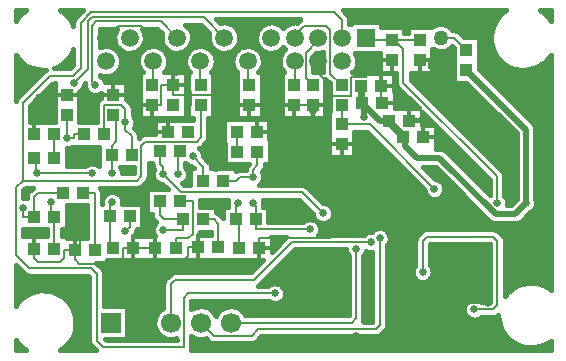
<source format=gbr>
G04 DipTrace 2.4.0.2*
%INBottom.gbr*%
%MOIN*%
%ADD14C,0.007*%
%ADD15C,0.005*%
%ADD16C,0.02*%
%ADD19C,0.015*%
%ADD20C,0.013*%
%ADD21R,0.0433X0.0394*%
%ADD22R,0.0394X0.0433*%
%ADD25C,0.05*%
%ADD26R,0.05X0.05*%
%ADD27R,0.0591X0.0591*%
%ADD28C,0.0591*%
%ADD29R,0.0669X0.0669*%
%ADD30C,0.0669*%
%ADD42C,0.025*%
%FSLAX44Y44*%
G04*
G70*
G90*
G75*
G01*
%LNBottom*%
%LPD*%
X4527Y9024D2*
D14*
Y8707D1*
X4882D1*
Y9373D1*
X5022Y9513D1*
X5847D1*
X9676Y10137D2*
Y10917D1*
X9743D1*
X9525Y12446D2*
D3*
X10437Y12437D2*
Y11359D1*
X10297Y11219D1*
X8595D1*
X8455Y11079D1*
Y10070D1*
X8309Y9925D1*
X4502D1*
Y12502D1*
X5424Y13424D1*
X6180D1*
X6437Y13682D1*
Y15187D1*
X6791Y15541D1*
X14887D1*
X15150Y15278D1*
Y14687D1*
X4502Y9925D2*
X4275Y9698D1*
Y7454D1*
X4729Y7000D1*
X6795D1*
X6974Y6822D1*
Y4578D1*
X7173Y4378D1*
X9877D1*
Y6023D1*
X10017Y6163D1*
X12906D1*
X17833Y6872D2*
Y7917D1*
X17973Y8057D1*
X20185D1*
X20325Y7917D1*
Y5766D1*
X20185Y5626D1*
X19555D1*
X15141Y12430D2*
Y11809D1*
X15133Y11801D1*
X16067D1*
X18223Y9645D1*
X13575Y14687D2*
D15*
Y14771D1*
X13893Y15089D1*
X14621D1*
X14753Y14957D1*
Y13487D1*
X15141Y13099D1*
X16105Y7873D2*
D14*
X13466D1*
X12210Y6616D1*
X9577D1*
X9437Y6476D1*
Y5187D1*
X8133Y10780D2*
Y11395D1*
X7927Y11601D1*
Y11868D1*
Y12301D1*
X7787Y12441D1*
X7217D1*
Y11463D1*
X6900Y7598D2*
Y9513D1*
X6516D1*
X6900Y7598D2*
D3*
X10176Y10726D2*
X10520Y10382D1*
Y9919D1*
X10017Y11545D2*
D3*
X12176Y9189D2*
X12267Y9097D1*
Y8630D1*
Y8296D1*
X14078D1*
X9074Y10917D2*
Y10469D1*
X9176Y10367D1*
Y10137D1*
X9782Y9531D1*
X13807D1*
X14508Y8830D1*
X7928Y8230D2*
X8067Y8369D1*
Y8733D1*
X4984Y10160D2*
X4949Y10195D1*
Y10668D1*
X4882D1*
X6819Y10160D2*
X4984D1*
X11189Y9919D2*
X11617D1*
X11742Y10044D1*
X12176D1*
Y10274D1*
X12329Y10428D1*
Y10889D1*
X7484Y10160D2*
Y10731D1*
X7464Y10780D1*
Y11082D1*
X7629Y11247D1*
Y12119D1*
X7525D1*
X7398Y8733D2*
Y7719D1*
X7508Y7678D1*
X7484Y9211D2*
X7398Y9125D1*
Y8733D1*
X5986Y12093D2*
X5984Y11337D1*
X6214D1*
Y11463D1*
X6547D1*
X5549Y11372D2*
Y11249D1*
X5551Y11247D1*
Y10668D1*
X5549Y11475D2*
Y11372D1*
X5436Y9211D2*
Y8753D1*
X5551Y8707D1*
X5556Y7658D1*
X11630Y11558D2*
Y10889D1*
X11660D1*
X11630Y11558D2*
D3*
X18437Y14687D2*
X18883D1*
X19296Y14275D1*
X16404Y8001D2*
Y5097D1*
X16285Y4978D1*
X12362D1*
X12131Y4747D1*
X10877D1*
X10437Y5187D1*
X9736Y9229D2*
X10168D1*
Y8138D1*
X10028Y7998D1*
X9599D1*
Y7678D1*
X9736Y9229D2*
D3*
X11598Y8630D2*
X11700D1*
Y7687D1*
X11676Y9189D2*
X11598Y9111D1*
Y8630D1*
X9067Y9229D2*
Y8768D1*
X9207Y8628D1*
X9847D1*
Y8280D1*
X9176D1*
X11025Y7697D2*
Y8488D1*
X10885Y8628D1*
X10516D1*
X11025Y7697D2*
D3*
X6214Y13174D2*
X6682Y13642D1*
Y15227D1*
X6822Y15367D1*
X10532D1*
X11213Y14687D1*
X6912Y13109D2*
X6822Y13199D1*
Y15087D1*
X6962Y15227D1*
X9098D1*
X9638Y14687D1*
X21281Y9175D2*
D16*
Y11620D1*
X19296Y13605D1*
X15781Y13087D2*
Y12545D1*
X15810Y12516D1*
X15874Y12038D2*
Y12452D1*
X15810Y12516D1*
X16704Y11922D2*
X16404D1*
X15810Y12516D1*
X16704Y11922D2*
Y11844D1*
X17180Y11367D1*
X17260D1*
Y11063D1*
X17642Y10681D1*
X18392D1*
X20268Y8805D1*
X20911D1*
X21281Y9175D1*
X15810Y12516D2*
Y13058D1*
X15781Y13087D1*
X17180Y11367D2*
Y11446D1*
X16704Y11922D1*
X17180Y11367D2*
D3*
X21281Y9175D2*
D3*
X8850Y13900D2*
D14*
Y13145D1*
X8812Y13106D1*
X10425Y13900D2*
Y13118D1*
X10437Y13106D1*
X12000Y13900D2*
Y13168D1*
X12062Y13106D1*
X13575Y13900D2*
Y13119D1*
X13562Y13106D1*
X14362Y14687D2*
Y14612D1*
X13937Y14187D1*
Y13356D1*
X14187Y13106D1*
X15937Y14687D2*
X16018Y14606D1*
X16812D1*
X20312Y9187D2*
Y10062D1*
X17187Y13187D1*
Y14312D1*
X16893Y14606D1*
X16812D1*
X17746Y14601D2*
X16817D1*
X16812Y14606D1*
X14362Y13900D2*
Y13496D1*
X14614Y13245D1*
Y12752D1*
X15442D1*
Y13389D1*
X15937D1*
Y13900D1*
X9348Y11545D2*
X8952D1*
X8812Y11685D1*
Y12437D1*
X15191Y7183D2*
Y5935D1*
X8812Y12437D2*
X8455D1*
Y12537D1*
X8063Y12929D1*
X7923Y12789D1*
X7525D1*
X15133Y11132D2*
Y8666D1*
X15273Y8526D1*
X14759Y8013D1*
X12370D1*
Y7687D1*
X18437Y13687D2*
X18048D1*
Y13932D1*
X17746D1*
X8177Y7678D2*
X7830D1*
Y7296D1*
X7690Y7156D1*
X6371D1*
X6231Y7296D1*
Y7598D1*
X14187Y12437D2*
X14614D1*
Y12752D1*
X9525Y13115D2*
Y13437D1*
X9638D1*
Y13900D1*
X15937D2*
X16337D1*
X16375Y13937D1*
X16812D1*
X18707Y6549D2*
Y5789D1*
X19051Y5445D1*
Y5716D1*
X19191Y5856D1*
X20000D1*
X8850Y14687D2*
X8450Y15087D1*
X7676D1*
X7276Y14687D1*
X15599Y4748D2*
X16846D1*
X17098Y5000D1*
X12062Y12437D2*
X12647D1*
X12787Y12577D1*
X12927Y12437D1*
X13562D1*
X9525Y13115D2*
Y12785D1*
X11073D1*
X11213Y12925D1*
X11700Y12437D1*
X12062D1*
X8063Y13900D2*
Y12929D1*
X12062Y12437D2*
Y12097D1*
X12299Y11860D1*
Y11558D1*
X19051Y5445D2*
X19191Y5305D1*
Y4691D1*
X17830Y12000D2*
X17849Y11980D1*
Y11367D1*
X17373Y11922D2*
Y11965D1*
X17795D1*
X17830Y12000D1*
X16479Y12516D2*
X17233D1*
X17373Y12376D1*
Y11922D1*
X16450Y13087D2*
Y12516D1*
X16479D1*
X15937Y13900D2*
X16447Y13389D1*
X16450D1*
Y13087D1*
X8177Y7678D2*
Y6383D1*
X8437Y6123D1*
Y5187D1*
X8929Y7678D2*
X8177D1*
X10356Y7697D2*
X10028D1*
Y7411D1*
X9888Y7271D1*
X8929D1*
Y7678D1*
X10676Y7131D2*
X10356D1*
Y7697D1*
X12370Y7687D2*
Y7271D1*
X12230Y7131D1*
X10676D1*
X15273Y8526D2*
X16862D1*
X17098Y8290D1*
Y6689D1*
X17238Y6549D1*
X18707D1*
X14187Y12226D2*
Y11272D1*
X14327Y11132D1*
X15133D1*
X14187Y12437D2*
Y12226D1*
X13562Y12437D2*
X14187D1*
X12787Y12577D2*
Y13900D1*
X11213Y12925D2*
Y13900D1*
X8812Y12437D2*
X9114D1*
Y13115D1*
X9525D1*
X5986Y12762D2*
X5020D1*
X4880Y12622D1*
Y11475D1*
X7525Y12789D2*
Y12762D1*
X5986D1*
X18707Y6549D2*
Y7036D1*
X18479Y7264D1*
X6231Y7598D2*
X5877D1*
Y7356D1*
X5737Y7216D1*
X5026D1*
X4886Y7356D1*
Y7658D1*
X17098Y5000D2*
Y6409D1*
X17238Y6549D1*
X6231Y7598D2*
X6300D1*
X6412Y7710D1*
Y8034D1*
X15617Y7643D2*
Y5327D1*
X15477Y5187D1*
X11437D1*
D42*
X20312Y9187D3*
X18223Y9645D3*
X21281Y9175D3*
X15874Y12038D3*
X4527Y9024D3*
X9525Y12446D3*
X9676Y10137D3*
X12906Y6163D3*
X19555Y5626D3*
X17833Y6872D3*
X16105Y7873D3*
X7927Y11868D3*
X6900Y7598D3*
X10176Y10726D3*
X10017Y11545D3*
X14078Y8296D3*
X12176Y9189D3*
X14508Y8830D3*
X9176Y10137D3*
X7928Y8230D3*
X6819Y10160D3*
X4984D3*
X12176Y10044D3*
X7484Y10160D3*
Y9211D3*
X5984Y11337D3*
X5549Y11372D3*
X5436Y9211D3*
X11630Y11558D3*
X16404Y8001D3*
X9736Y9229D3*
X11676Y9189D3*
X9176Y8280D3*
X11025Y7697D3*
X6214Y13174D3*
X6912Y13109D3*
X15874Y12038D3*
X21281Y9175D3*
X14187Y12226D3*
X15191Y5935D3*
Y7183D3*
X10676Y7131D3*
X18479Y7264D3*
X20000Y5856D3*
X17098Y5000D3*
X15599Y4748D3*
X6412Y8034D3*
X18707Y6549D3*
X19191Y4691D3*
X17830Y12000D3*
X15617Y7643D3*
X4287Y15453D2*
D19*
X4418D1*
X5957D2*
X6342D1*
X15337D2*
X20416D1*
X21958D2*
X22087D1*
X6083Y15305D2*
X6206D1*
X15409D2*
X20292D1*
X11418Y15156D2*
X12583D1*
X12993D2*
X13371D1*
X16457D2*
X20203D1*
X10044Y15007D2*
X10530D1*
X11619D2*
X12382D1*
X17235D2*
X17325D1*
X18784D2*
X20144D1*
X7082Y14859D2*
X7572D1*
X8554D2*
X9103D1*
X10129D2*
X10678D1*
X11704D2*
X12297D1*
X17235D2*
X17325D1*
X19075D2*
X20109D1*
X7082Y14710D2*
X7542D1*
X8584D2*
X9117D1*
X10159D2*
X10692D1*
X11734D2*
X12267D1*
X19223D2*
X20095D1*
X7082Y14561D2*
X7558D1*
X8568D2*
X9133D1*
X10143D2*
X10708D1*
X11718D2*
X12283D1*
X19719D2*
X20104D1*
X7082Y14413D2*
X7624D1*
X8502D2*
X9199D1*
X10077D2*
X10771D1*
X11652D2*
X12346D1*
X19719D2*
X20132D1*
X7642Y14264D2*
X7771D1*
X8355D2*
X8484D1*
X9217D2*
X9344D1*
X9930D2*
X10059D1*
X10792D2*
X10919D1*
X11505D2*
X11634D1*
X12367D2*
X12494D1*
X13080D2*
X13209D1*
X18170D2*
X18240D1*
X18634D2*
X18874D1*
X19719D2*
X20182D1*
X6114Y14115D2*
X6174D1*
X7748D2*
X8378D1*
X9323D2*
X9953D1*
X10898D2*
X11526D1*
X12473D2*
X13101D1*
X14228D2*
X14503D1*
X15623D2*
X16389D1*
X18170D2*
X18874D1*
X19719D2*
X20261D1*
X4287Y13966D2*
X4373D1*
X6001D2*
X6175D1*
X7792D2*
X8334D1*
X9367D2*
X9909D1*
X10942D2*
X11484D1*
X12517D2*
X13059D1*
X14198D2*
X14503D1*
X15667D2*
X16389D1*
X18170D2*
X18874D1*
X19719D2*
X20374D1*
X22002D2*
X22088D1*
X4287Y13818D2*
X4537D1*
X5837D2*
X6175D1*
X7790D2*
X8336D1*
X9365D2*
X9911D1*
X10940D2*
X11486D1*
X12515D2*
X13061D1*
X14198D2*
X14503D1*
X15665D2*
X16389D1*
X18170D2*
X18874D1*
X19719D2*
X20538D1*
X21836D2*
X22087D1*
X4287Y13669D2*
X4823D1*
X7741D2*
X8386D1*
X9316D2*
X9961D1*
X10891D2*
X11536D1*
X12466D2*
X13108D1*
X14198D2*
X14503D1*
X15616D2*
X16389D1*
X18170D2*
X18874D1*
X19719D2*
X20824D1*
X21552D2*
X22087D1*
X4287Y13520D2*
X5158D1*
X7626D2*
X8390D1*
X9948D2*
X10016D1*
X10860D2*
X11639D1*
X12484D2*
X13139D1*
X15564D2*
X16389D1*
X18170D2*
X18874D1*
X19834D2*
X22087D1*
X4287Y13372D2*
X5008D1*
X7136D2*
X8390D1*
X9948D2*
X10016D1*
X10860D2*
X11639D1*
X12484D2*
X13139D1*
X17448D2*
X18874D1*
X19984D2*
X22087D1*
X4287Y13223D2*
X4861D1*
X7244D2*
X8390D1*
X9948D2*
X10016D1*
X10860D2*
X11639D1*
X12484D2*
X13139D1*
X14610D2*
X14668D1*
X17514D2*
X18874D1*
X20132D2*
X22087D1*
X4287Y13074D2*
X4713D1*
X5437D2*
X5564D1*
X7949D2*
X8390D1*
X9948D2*
X10016D1*
X10860D2*
X11639D1*
X12484D2*
X13139D1*
X14610D2*
X14718D1*
X16893D2*
X16955D1*
X17662D2*
X19373D1*
X20282D2*
X22087D1*
X4287Y12926D2*
X4563D1*
X5289D2*
X5564D1*
X6454D2*
X6616D1*
X7949D2*
X8390D1*
X9948D2*
X10016D1*
X10860D2*
X11639D1*
X12484D2*
X13139D1*
X14610D2*
X14718D1*
X16893D2*
X17086D1*
X17812D2*
X19521D1*
X20430D2*
X22087D1*
X4287Y12777D2*
X4415D1*
X5139D2*
X5564D1*
X6409D2*
X6850D1*
X6975D2*
X7103D1*
X7949D2*
X8390D1*
X9948D2*
X10016D1*
X10860D2*
X11639D1*
X12484D2*
X13139D1*
X14610D2*
X14718D1*
X16921D2*
X17236D1*
X17959D2*
X19671D1*
X20580D2*
X22087D1*
X4991Y12628D2*
X5564D1*
X6409D2*
X7043D1*
X7961D2*
X8390D1*
X9948D2*
X10016D1*
X10860D2*
X11639D1*
X12484D2*
X13139D1*
X14610D2*
X14718D1*
X16921D2*
X17383D1*
X18109D2*
X19818D1*
X20727D2*
X22087D1*
X4841Y12480D2*
X5564D1*
X6409D2*
X6958D1*
X8111D2*
X8390D1*
X9948D2*
X10016D1*
X10860D2*
X11639D1*
X12484D2*
X13139D1*
X14610D2*
X14718D1*
X16921D2*
X17531D1*
X18257D2*
X19966D1*
X20877D2*
X22087D1*
X4764Y12331D2*
X5564D1*
X6409D2*
X6956D1*
X8186D2*
X8390D1*
X9948D2*
X10016D1*
X10860D2*
X11639D1*
X12484D2*
X13139D1*
X14610D2*
X14718D1*
X16921D2*
X17681D1*
X18405D2*
X20116D1*
X21025D2*
X22087D1*
X4764Y12182D2*
X5564D1*
X6409D2*
X6956D1*
X8188D2*
X8390D1*
X9948D2*
X10016D1*
X10860D2*
X11639D1*
X12484D2*
X13139D1*
X14610D2*
X14709D1*
X18555D2*
X20264D1*
X21173D2*
X22087D1*
X4764Y12034D2*
X5564D1*
X6409D2*
X6956D1*
X8235D2*
X8390D1*
X9948D2*
X10016D1*
X10860D2*
X11639D1*
X12484D2*
X13139D1*
X14610D2*
X14709D1*
X17816D2*
X17978D1*
X18702D2*
X20414D1*
X21323D2*
X22087D1*
X4764Y11885D2*
X5564D1*
X6409D2*
X6956D1*
X8277D2*
X8906D1*
X10698D2*
X11189D1*
X12742D2*
X14709D1*
X17816D2*
X18126D1*
X18852D2*
X20561D1*
X21470D2*
X22087D1*
X8251Y11736D2*
X8906D1*
X10698D2*
X11189D1*
X12742D2*
X14709D1*
X19000D2*
X20711D1*
X21585D2*
X22087D1*
X8303Y11587D2*
X8906D1*
X10698D2*
X11189D1*
X12742D2*
X14709D1*
X18292D2*
X18424D1*
X19150D2*
X20859D1*
X21606D2*
X22087D1*
X8390Y11439D2*
X8470D1*
X10698D2*
X11189D1*
X12742D2*
X14709D1*
X15555D2*
X16066D1*
X18292D2*
X18574D1*
X19298D2*
X20955D1*
X21606D2*
X22087D1*
X10689Y11290D2*
X11189D1*
X12770D2*
X14709D1*
X15555D2*
X16216D1*
X18292D2*
X18721D1*
X19448D2*
X20955D1*
X21606D2*
X22087D1*
X10581Y11141D2*
X11217D1*
X12770D2*
X14709D1*
X15555D2*
X16364D1*
X18292D2*
X18869D1*
X19595D2*
X20955D1*
X21606D2*
X22087D1*
X5994Y10993D2*
X7021D1*
X10408D2*
X11217D1*
X12770D2*
X14709D1*
X15555D2*
X16514D1*
X18292D2*
X19019D1*
X19743D2*
X20955D1*
X21606D2*
X22087D1*
X5994Y10844D2*
X7021D1*
X10506D2*
X11217D1*
X12770D2*
X14709D1*
X15555D2*
X16661D1*
X18683D2*
X19167D1*
X19893D2*
X20955D1*
X21606D2*
X22087D1*
X5994Y10695D2*
X7021D1*
X10569D2*
X11217D1*
X12770D2*
X16809D1*
X18831D2*
X19317D1*
X20041D2*
X20955D1*
X21606D2*
X22087D1*
X5994Y10547D2*
X7021D1*
X10717D2*
X11217D1*
X12770D2*
X16959D1*
X18981D2*
X19464D1*
X20191D2*
X20955D1*
X21606D2*
X22087D1*
X8716Y10398D2*
X8825D1*
X9937D2*
X10089D1*
X10780D2*
X11948D1*
X12587D2*
X17107D1*
X19129D2*
X19614D1*
X20338D2*
X20955D1*
X21606D2*
X22087D1*
X7823Y10249D2*
X8193D1*
X8716D2*
X8845D1*
X10007D2*
X10077D1*
X12512D2*
X17257D1*
X17980D2*
X18370D1*
X19279D2*
X19762D1*
X20488D2*
X20955D1*
X21606D2*
X22087D1*
X8716Y10101D2*
X8825D1*
X10026D2*
X10077D1*
X12522D2*
X17404D1*
X18130D2*
X18518D1*
X19426D2*
X19910D1*
X20570D2*
X20955D1*
X21606D2*
X22087D1*
X8685Y9952D2*
X8880D1*
X9972D2*
X10078D1*
X12515D2*
X17554D1*
X18374D2*
X18665D1*
X19574D2*
X20050D1*
X20573D2*
X20955D1*
X21606D2*
X22087D1*
X8551Y9803D2*
X9128D1*
X9873D2*
X10078D1*
X12423D2*
X17702D1*
X18533D2*
X18815D1*
X19724D2*
X20050D1*
X20573D2*
X20955D1*
X21606D2*
X22087D1*
X4595Y9655D2*
X4800D1*
X7115D2*
X9297D1*
X14045D2*
X17852D1*
X18573D2*
X18963D1*
X19872D2*
X20050D1*
X20573D2*
X20955D1*
X21606D2*
X22087D1*
X4537Y9506D2*
X4659D1*
X7162D2*
X7307D1*
X7661D2*
X8625D1*
X14195D2*
X17903D1*
X18545D2*
X19113D1*
X20573D2*
X20955D1*
X21606D2*
X22087D1*
X7801Y9357D2*
X8625D1*
X14343D2*
X18035D1*
X18412D2*
X19261D1*
X20617D2*
X20955D1*
X21606D2*
X22087D1*
X7834Y9208D2*
X8625D1*
X10429D2*
X11325D1*
X12526D2*
X13767D1*
X14493D2*
X19411D1*
X20662D2*
X20861D1*
X21630D2*
X22087D1*
X5992Y9060D2*
X6639D1*
X8509D2*
X8625D1*
X10429D2*
X11336D1*
X12529D2*
X13917D1*
X14767D2*
X19558D1*
X21611D2*
X22087D1*
X5992Y8911D2*
X6639D1*
X8509D2*
X8625D1*
X10958D2*
X11156D1*
X12709D2*
X14064D1*
X14849D2*
X19706D1*
X21505D2*
X22087D1*
X5992Y8762D2*
X6639D1*
X8509D2*
X8807D1*
X12709D2*
X14165D1*
X14851D2*
X19856D1*
X21325D2*
X22087D1*
X5992Y8614D2*
X6639D1*
X8509D2*
X8861D1*
X12709D2*
X13954D1*
X14781D2*
X20003D1*
X21175D2*
X22087D1*
X5992Y8465D2*
X6639D1*
X8509D2*
X8880D1*
X14383D2*
X22087D1*
X5992Y8316D2*
X6639D1*
X8322D2*
X8826D1*
X14427D2*
X16275D1*
X16534D2*
X22087D1*
X4537Y8168D2*
X5292D1*
X5814D2*
X6639D1*
X8273D2*
X8845D1*
X10429D2*
X10764D1*
X14404D2*
X15930D1*
X16710D2*
X17721D1*
X20437D2*
X22087D1*
X5997Y8019D2*
X6639D1*
X12812D2*
X13249D1*
X16755D2*
X17594D1*
X20563D2*
X22087D1*
X12812Y7870D2*
X13101D1*
X16729D2*
X17573D1*
X20584D2*
X22087D1*
X12812Y7722D2*
X12951D1*
X16666D2*
X17573D1*
X18093D2*
X20064D1*
X20584D2*
X22087D1*
X13530Y7573D2*
X15274D1*
X16666D2*
X17573D1*
X18093D2*
X20064D1*
X20584D2*
X22087D1*
X13380Y7424D2*
X15346D1*
X15887D2*
X16143D1*
X16666D2*
X17573D1*
X18093D2*
X20064D1*
X20584D2*
X22087D1*
X10042Y7276D2*
X12506D1*
X13232D2*
X15356D1*
X15878D2*
X16143D1*
X16666D2*
X17573D1*
X18093D2*
X20064D1*
X20584D2*
X22087D1*
X7033Y7127D2*
X12358D1*
X13082D2*
X15356D1*
X15878D2*
X16143D1*
X16666D2*
X17573D1*
X18093D2*
X20064D1*
X20584D2*
X22087D1*
X4287Y6978D2*
X4389D1*
X7178D2*
X12208D1*
X12934D2*
X15356D1*
X15878D2*
X16143D1*
X16666D2*
X17500D1*
X18166D2*
X20064D1*
X20584D2*
X22087D1*
X4287Y6829D2*
X4537D1*
X7234D2*
X9440D1*
X12784D2*
X15356D1*
X15878D2*
X16143D1*
X16666D2*
X17484D1*
X18182D2*
X20064D1*
X20584D2*
X22087D1*
X4287Y6681D2*
X6712D1*
X7234D2*
X9278D1*
X12637D2*
X15356D1*
X15878D2*
X16143D1*
X16666D2*
X17543D1*
X18123D2*
X20064D1*
X20584D2*
X22087D1*
X4287Y6532D2*
X6712D1*
X7234D2*
X9182D1*
X12489D2*
X15356D1*
X15878D2*
X16143D1*
X16666D2*
X20064D1*
X20584D2*
X22087D1*
X4287Y6383D2*
X6712D1*
X7234D2*
X9175D1*
X13173D2*
X15356D1*
X15878D2*
X16143D1*
X16666D2*
X20064D1*
X20584D2*
X20911D1*
X21965D2*
X22087D1*
X4287Y6235D2*
X4926D1*
X5448D2*
X6712D1*
X7234D2*
X9175D1*
X13248D2*
X15356D1*
X15878D2*
X16143D1*
X16666D2*
X20064D1*
X20584D2*
X20700D1*
X4287Y6086D2*
X4579D1*
X5793D2*
X6712D1*
X7234D2*
X9175D1*
X13248D2*
X15356D1*
X15878D2*
X16143D1*
X16666D2*
X20064D1*
X4287Y5937D2*
X4401D1*
X5973D2*
X6712D1*
X7234D2*
X9175D1*
X13169D2*
X15356D1*
X15878D2*
X16143D1*
X16666D2*
X19413D1*
X19696D2*
X20064D1*
X6095Y5789D2*
X6712D1*
X7234D2*
X9175D1*
X10138D2*
X15356D1*
X15878D2*
X16143D1*
X16666D2*
X19246D1*
X6177Y5640D2*
X6712D1*
X7998D2*
X9119D1*
X10757D2*
X11118D1*
X11755D2*
X15356D1*
X15878D2*
X16143D1*
X16666D2*
X19204D1*
X6233Y5491D2*
X6712D1*
X7998D2*
X8969D1*
X10905D2*
X10968D1*
X11905D2*
X15356D1*
X15878D2*
X16143D1*
X16666D2*
X19232D1*
X6266Y5343D2*
X6712D1*
X7998D2*
X8899D1*
X15878D2*
X16143D1*
X16666D2*
X19361D1*
X19750D2*
X20350D1*
X6278Y5194D2*
X6712D1*
X7998D2*
X8878D1*
X16666D2*
X20374D1*
X6269Y5045D2*
X6712D1*
X7998D2*
X8896D1*
X16658D2*
X20421D1*
X6238Y4896D2*
X6712D1*
X7998D2*
X8960D1*
X16567D2*
X20491D1*
X6184Y4748D2*
X6712D1*
X7998D2*
X9098D1*
X16387D2*
X20596D1*
X6105Y4599D2*
X6712D1*
X10138D2*
X10661D1*
X12346D2*
X20746D1*
X4287Y4450D2*
X4387D1*
X5987D2*
X6747D1*
X10138D2*
X20993D1*
X21883D2*
X22087D1*
X4287Y4302D2*
X4561D1*
X5814D2*
X6888D1*
X10124D2*
X22087D1*
X16877Y12924D2*
X16907D1*
Y12330D1*
X17697D1*
X17013Y13013D1*
X16969Y13073D1*
X16942Y13164D1*
X16941Y13508D1*
X16770Y13510D1*
X16404D1*
Y14181D1*
X15569D1*
X15593Y14144D1*
X15624Y14076D1*
X15645Y14004D1*
X15656Y13900D1*
X15650Y13825D1*
X15634Y13752D1*
X15607Y13682D1*
X15569Y13617D1*
X15523Y13558D1*
X15491Y13527D1*
X15548D1*
Y13496D1*
X16208Y13495D1*
X16877D1*
Y12924D1*
X17800Y11775D2*
X18251D1*
X17801Y12225D1*
Y11775D1*
X18277Y11749D2*
Y10992D1*
X18392D1*
X18466Y10983D1*
X18536Y10956D1*
X18611Y10901D1*
X20065Y9447D1*
X20066Y9958D1*
X19290Y10737D1*
X18229Y11797D1*
X13970Y12010D2*
X13154D1*
Y13534D1*
X13227D1*
X13164Y13604D1*
X13125Y13668D1*
X13095Y13737D1*
X13077Y13810D1*
X13069Y13884D1*
X13072Y13959D1*
X13086Y14033D1*
X13111Y14103D1*
X13147Y14170D1*
X13191Y14230D1*
X13257Y14293D1*
X13183Y14368D1*
X13106Y14294D1*
X13045Y14251D1*
X12978Y14218D1*
X12906Y14195D1*
X12832Y14183D1*
X12758Y14182D1*
X12683Y14192D1*
X12611Y14212D1*
X12543Y14244D1*
X12480Y14285D1*
X12424Y14334D1*
X12376Y14392D1*
X12337Y14456D1*
X12308Y14525D1*
X12289Y14597D1*
X12281Y14672D1*
X12285Y14747D1*
X12299Y14820D1*
X12324Y14891D1*
X12359Y14957D1*
X12404Y15017D1*
X12457Y15070D1*
X12517Y15115D1*
X12583Y15150D1*
X12654Y15175D1*
X12727Y15190D1*
X12802Y15193D1*
X12877Y15185D1*
X12949Y15167D1*
X13018Y15138D1*
X13082Y15099D1*
X13140Y15051D1*
X13182Y15003D1*
X13244Y15070D1*
X13304Y15115D1*
X13370Y15150D1*
X13441Y15175D1*
X13515Y15190D1*
X13589Y15193D1*
X13657Y15186D1*
X13760Y15284D1*
X13762Y15295D1*
X10952D1*
X11072Y15175D1*
X11152Y15190D1*
X11227Y15193D1*
X11302Y15185D1*
X11374Y15167D1*
X11443Y15138D1*
X11507Y15099D1*
X11565Y15051D1*
X11615Y14995D1*
X11656Y14932D1*
X11687Y14864D1*
X11708Y14792D1*
X11719Y14687D1*
X11713Y14612D1*
X11697Y14539D1*
X11670Y14469D1*
X11632Y14404D1*
X11586Y14345D1*
X11532Y14294D1*
X11470Y14251D1*
X11403Y14218D1*
X11332Y14195D1*
X11258Y14183D1*
X11183Y14182D1*
X11108Y14192D1*
X11036Y14212D1*
X10968Y14244D1*
X10906Y14285D1*
X10850Y14334D1*
X10801Y14392D1*
X10762Y14456D1*
X10733Y14525D1*
X10714Y14597D1*
X10707Y14672D1*
X10710Y14747D1*
X10727Y14827D1*
X10430Y15121D1*
X9897D1*
X9990Y15051D1*
X10040Y14995D1*
X10081Y14932D1*
X10112Y14864D1*
X10133Y14792D1*
X10144Y14687D1*
X10138Y14612D1*
X10122Y14539D1*
X10095Y14469D1*
X10058Y14404D1*
X10011Y14345D1*
X9957Y14294D1*
X9895Y14251D1*
X9828Y14218D1*
X9757Y14195D1*
X9683Y14183D1*
X9608Y14182D1*
X9534Y14192D1*
X9462Y14212D1*
X9394Y14244D1*
X9331Y14285D1*
X9275Y14334D1*
X9227Y14392D1*
X9188Y14456D1*
X9158Y14525D1*
X9140Y14597D1*
X9132Y14672D1*
X9135Y14747D1*
X9152Y14827D1*
X8995Y14982D1*
X8476Y14981D1*
X8537Y14864D1*
X8558Y14792D1*
X8569Y14687D1*
X8564Y14612D1*
X8547Y14539D1*
X8520Y14469D1*
X8483Y14404D1*
X8437Y14345D1*
X8382Y14294D1*
X8320Y14251D1*
X8253Y14218D1*
X8182Y14195D1*
X8108Y14183D1*
X8033Y14182D1*
X7959Y14192D1*
X7887Y14212D1*
X7819Y14244D1*
X7756Y14285D1*
X7700Y14334D1*
X7652Y14392D1*
X7613Y14456D1*
X7584Y14525D1*
X7565Y14597D1*
X7557Y14672D1*
X7560Y14747D1*
X7575Y14820D1*
X7600Y14891D1*
X7653Y14981D1*
X7065D1*
X7068Y14637D1*
X7071Y14363D1*
X7142Y14388D1*
X7215Y14402D1*
X7290Y14406D1*
X7365Y14398D1*
X7437Y14379D1*
X7506Y14350D1*
X7570Y14311D1*
X7628Y14263D1*
X7678Y14207D1*
X7719Y14144D1*
X7750Y14076D1*
X7771Y14004D1*
X7782Y13900D1*
X7776Y13825D1*
X7760Y13752D1*
X7733Y13682D1*
X7695Y13617D1*
X7649Y13558D1*
X7595Y13507D1*
X7533Y13464D1*
X7466Y13431D1*
X7395Y13408D1*
X7321Y13395D1*
X7246Y13394D1*
X7171Y13404D1*
X7068Y13440D1*
Y13407D1*
X7114Y13378D1*
X7169Y13326D1*
X7210Y13264D1*
X7230Y13214D1*
X7298Y13216D1*
X7933D1*
Y12639D1*
X8067Y12509D1*
X8101Y12475D1*
X8146Y12415D1*
X8172Y12323D1*
X8173Y12097D1*
X8226Y12023D1*
X8252Y11953D1*
X8263Y11868D1*
X8255Y11794D1*
X8230Y11723D1*
X8199Y11673D1*
X8307Y11569D1*
X8351Y11509D1*
X8378Y11418D1*
X8379Y11351D1*
X8421Y11393D1*
X8481Y11437D1*
X8572Y11464D1*
X8920Y11467D1*
Y11952D1*
X10192D1*
X10191Y12009D1*
X10029Y12010D1*
X10032Y12864D1*
X10029Y12829D1*
Y13534D1*
X10074D1*
X10014Y13604D1*
X9975Y13668D1*
X9946Y13737D1*
X9927Y13810D1*
X9919Y13884D1*
X9923Y13959D1*
X9937Y14033D1*
X9962Y14103D1*
X9997Y14170D1*
X10042Y14230D1*
X10094Y14283D1*
X10155Y14327D1*
X10221Y14363D1*
X10291Y14388D1*
X10365Y14402D1*
X10440Y14406D1*
X10514Y14398D1*
X10587Y14379D1*
X10656Y14350D1*
X10720Y14311D1*
X10777Y14263D1*
X10827Y14207D1*
X10868Y14144D1*
X10900Y14076D1*
X10920Y14004D1*
X10931Y13900D1*
X10926Y13825D1*
X10909Y13752D1*
X10882Y13682D1*
X10845Y13617D1*
X10773Y13534D1*
X10845D1*
X10842Y12679D1*
X10845Y12714D1*
Y12010D1*
X10683D1*
Y11359D1*
X10672Y11285D1*
X10626Y11202D1*
X10471Y11045D1*
X10392Y10993D1*
X10432Y10943D1*
X10474Y10881D1*
X10501Y10811D1*
X10511Y10739D1*
X10694Y10556D1*
X10738Y10496D1*
X10765Y10405D1*
X10767Y10327D1*
X10947Y10325D1*
X10912Y10327D1*
X11617D1*
Y10255D1*
X11699Y10287D1*
X11817Y10290D1*
X11932D1*
X11948Y10368D1*
X12002Y10448D1*
X12033Y10480D1*
X11232Y10481D1*
Y11150D1*
X11202D1*
Y11966D1*
X12057Y11964D1*
X12067Y11966D1*
X12727D1*
Y11296D1*
X12756D1*
Y10481D1*
X12576D1*
X12575Y10428D1*
X12564Y10354D1*
X12518Y10270D1*
X12465Y10216D1*
X12501Y10129D1*
X12512Y10044D1*
X12503Y9970D1*
X12479Y9899D1*
X12439Y9836D1*
X12377Y9777D1*
X13807D1*
X13881Y9766D1*
X13964Y9720D1*
X14519Y9167D1*
X14575Y9159D1*
X14646Y9136D1*
X14711Y9098D1*
X14765Y9047D1*
X14807Y8984D1*
X14833Y8915D1*
X14844Y8830D1*
X14836Y8755D1*
X14811Y8685D1*
X14772Y8621D1*
X14719Y8568D1*
X14656Y8528D1*
X14585Y8503D1*
X14511Y8494D1*
X14437Y8502D1*
X14366Y8526D1*
X14302Y8565D1*
X14248Y8617D1*
X14208Y8680D1*
X14182Y8750D1*
X14173Y8818D1*
X13706Y9284D1*
X12497Y9285D1*
X12512Y9189D1*
X12509Y9138D1*
X12513Y9039D1*
X12695Y9038D1*
Y8543D1*
X13849Y8542D1*
X13926Y8596D1*
X13996Y8622D1*
X14070Y8632D1*
X14144Y8625D1*
X14216Y8603D1*
X14280Y8564D1*
X14334Y8513D1*
X14376Y8451D1*
X14403Y8381D1*
X14414Y8296D1*
X14405Y8222D1*
X14381Y8151D1*
X14360Y8117D1*
X15491Y8119D1*
X15878D1*
X15952Y8172D1*
X16022Y8198D1*
X16097Y8208D1*
X16136Y8205D1*
X16190Y8259D1*
X16252Y8300D1*
X16322Y8327D1*
X16396Y8337D1*
X16471Y8330D1*
X16542Y8307D1*
X16607Y8269D1*
X16661Y8218D1*
X16703Y8156D1*
X16729Y8086D1*
X16740Y8001D1*
X16732Y7927D1*
X16707Y7856D1*
X16668Y7792D1*
X16650Y7774D1*
Y5097D1*
X16639Y5024D1*
X16594Y4940D1*
X16458Y4804D1*
X16398Y4759D1*
X16307Y4733D1*
X14035Y4732D1*
X12462D1*
X12305Y4573D1*
X12245Y4529D1*
X12154Y4502D1*
X10877Y4501D1*
X10803Y4513D1*
X10719Y4558D1*
X10608Y4668D1*
X10543Y4652D1*
X10469Y4642D1*
X10394Y4643D1*
X10320Y4654D1*
X10248Y4675D1*
X10180Y4706D1*
X10122Y4742D1*
X10123Y4378D1*
X10114Y4315D1*
X10122Y4272D1*
X22102D1*
X22101Y4590D1*
X21977Y4506D1*
X21842Y4440D1*
X21700Y4393D1*
X21552Y4367D1*
X21403Y4361D1*
X21254Y4376D1*
X21108Y4412D1*
X20969Y4468D1*
X20839Y4542D1*
X20720Y4634D1*
X20616Y4741D1*
X20527Y4862D1*
X20456Y4994D1*
X20404Y5135D1*
X20372Y5281D1*
X20361Y5431D1*
X20359Y5452D1*
X20298Y5408D1*
X20207Y5381D1*
X19784Y5380D1*
X19703Y5324D1*
X19632Y5299D1*
X19558Y5290D1*
X19483Y5298D1*
X19413Y5322D1*
X19349Y5361D1*
X19295Y5414D1*
X19255Y5476D1*
X19229Y5547D1*
X19219Y5621D1*
X19227Y5695D1*
X19250Y5767D1*
X19289Y5831D1*
X19340Y5885D1*
X19403Y5926D1*
X19473Y5952D1*
X19547Y5962D1*
X19622Y5956D1*
X19693Y5933D1*
X19757Y5895D1*
X19780Y5874D1*
X20078Y5872D1*
X20079Y7812D1*
X18685Y7811D1*
X18078D1*
X18079Y7099D1*
X18131Y7026D1*
X18158Y6956D1*
X18169Y6872D1*
X18161Y6797D1*
X18136Y6727D1*
X18096Y6663D1*
X18044Y6610D1*
X17980Y6570D1*
X17910Y6545D1*
X17836Y6536D1*
X17761Y6544D1*
X17690Y6568D1*
X17626Y6607D1*
X17573Y6659D1*
X17532Y6722D1*
X17507Y6792D1*
X17497Y6866D1*
X17504Y6941D1*
X17528Y7012D1*
X17566Y7076D1*
X17587Y7098D1*
Y7917D1*
X17598Y7991D1*
X17644Y8074D1*
X17799Y8231D1*
X17859Y8275D1*
X17950Y8302D1*
X20185Y8303D1*
X20258Y8292D1*
X20342Y8246D1*
X20499Y8091D1*
X20543Y8031D1*
X20569Y7940D1*
X20571Y6077D1*
X20657Y6179D1*
X20768Y6280D1*
X20892Y6365D1*
X21026Y6432D1*
X21168Y6479D1*
X21315Y6506D1*
X21465Y6513D1*
X21614Y6499D1*
X21760Y6464D1*
X21899Y6409D1*
X22030Y6335D1*
X22104Y6281D1*
X22102Y6672D1*
X22100Y14118D1*
X22012Y13996D1*
X21908Y13888D1*
X21791Y13796D1*
X21661Y13721D1*
X21522Y13664D1*
X21377Y13628D1*
X21228Y13611D1*
X21078Y13616D1*
X20930Y13642D1*
X20787Y13688D1*
X20653Y13753D1*
X20528Y13836D1*
X20416Y13936D1*
X20319Y14050D1*
X20239Y14177D1*
X20178Y14314D1*
X20135Y14457D1*
X20114Y14606D1*
X20113Y14756D1*
X20133Y14904D1*
X20173Y15049D1*
X20233Y15186D1*
X20312Y15313D1*
X20407Y15429D1*
X20518Y15530D1*
X20620Y15601D1*
X17827Y15602D1*
X15172D1*
X15324Y15452D1*
X15368Y15392D1*
X15394Y15301D1*
X15396Y15131D1*
X15431Y15156D1*
Y15193D1*
X16443D1*
Y15031D1*
X16779Y15034D1*
X17220D1*
Y14849D1*
X17339D1*
Y15029D1*
X18128D1*
X18223Y15095D1*
X18292Y15125D1*
X18365Y15142D1*
X18440Y15148D1*
X18515Y15141D1*
X18587Y15123D1*
X18656Y15093D1*
X18719Y15052D1*
X18774Y15001D1*
X18826Y14932D1*
X18883Y14933D1*
X18957Y14922D1*
X19041Y14876D1*
X19215Y14703D1*
X19704Y14702D1*
X19701Y13847D1*
X19704Y13883D1*
Y13637D1*
X21501Y11840D1*
X21547Y11781D1*
X21578Y11713D1*
X21592Y11620D1*
Y9302D1*
X21606Y9259D1*
X21617Y9175D1*
X21609Y9100D1*
X21584Y9029D1*
X21545Y8966D1*
X21492Y8913D1*
X21413Y8867D1*
X21131Y8585D1*
X21072Y8539D1*
X21004Y8508D1*
X20911Y8494D1*
X20268D1*
X20194Y8503D1*
X20124Y8529D1*
X20048Y8585D1*
X18263Y10370D1*
X17845D1*
X18235Y9981D1*
X18290Y9974D1*
X18361Y9951D1*
X18426Y9913D1*
X18480Y9861D1*
X18522Y9799D1*
X18548Y9729D1*
X18559Y9645D1*
X18551Y9570D1*
X18526Y9500D1*
X18487Y9436D1*
X18434Y9383D1*
X18371Y9343D1*
X18300Y9318D1*
X18226Y9309D1*
X18152Y9317D1*
X18081Y9341D1*
X18017Y9380D1*
X17963Y9432D1*
X17923Y9495D1*
X17897Y9565D1*
X17888Y9632D1*
X15966Y11554D1*
X15540Y11553D1*
X15538Y11374D1*
X15540Y11364D1*
Y10704D1*
X14725D1*
Y12228D1*
X14732D1*
X14733Y12858D1*
Y13176D1*
X14595Y13312D1*
X14592Y12679D1*
X14595Y12669D1*
Y12010D1*
X13779D1*
X18154Y14323D2*
Y13505D1*
X17433D1*
Y13288D1*
X20486Y10236D1*
X20530Y10176D1*
X20557Y10085D1*
X20558Y9417D1*
X20610Y9342D1*
X20637Y9272D1*
X20648Y9187D1*
X20643Y9115D1*
X20781D1*
X20972Y9304D1*
X20971Y10900D1*
Y11493D1*
X19683Y12779D1*
X19283Y13178D1*
X18888D1*
X18890Y14033D1*
X18888Y13997D1*
Y14337D1*
X18809Y14414D1*
X18754Y14352D1*
X18695Y14305D1*
X18630Y14268D1*
X18560Y14243D1*
X18486Y14229D1*
X18411Y14227D1*
X18337Y14237D1*
X18265Y14259D1*
X18198Y14293D1*
X18155Y14324D1*
X18152Y14174D1*
X14185Y13534D2*
X14518D1*
X14517Y14207D1*
X14481Y14195D1*
X14407Y14183D1*
X14332Y14182D1*
X14284Y14188D1*
X14183Y14085D1*
Y13533D1*
X12470Y12864D2*
Y12010D1*
X11654D1*
Y13531D1*
X11589Y13604D1*
X11550Y13668D1*
X11521Y13737D1*
X11502Y13810D1*
X11494Y13884D1*
X11497Y13959D1*
X11512Y14033D1*
X11537Y14103D1*
X11572Y14170D1*
X11616Y14230D1*
X11669Y14283D1*
X11729Y14327D1*
X11796Y14363D1*
X11866Y14388D1*
X11940Y14402D1*
X12015Y14406D1*
X12089Y14398D1*
X12162Y14379D1*
X12231Y14350D1*
X12295Y14311D1*
X12352Y14263D1*
X12402Y14207D1*
X12443Y14144D1*
X12474Y14076D1*
X12495Y14004D1*
X12506Y13900D1*
X12501Y13825D1*
X12484Y13752D1*
X12457Y13682D1*
X12420Y13617D1*
X12348Y13534D1*
X12470D1*
X12467Y12679D1*
X9220Y12018D2*
Y12010D1*
X8404D1*
Y13534D1*
X8500D1*
X8439Y13604D1*
X8400Y13668D1*
X8371Y13737D1*
X8352Y13810D1*
X8344Y13884D1*
X8348Y13959D1*
X8362Y14033D1*
X8387Y14103D1*
X8422Y14170D1*
X8467Y14230D1*
X8520Y14283D1*
X8580Y14327D1*
X8646Y14363D1*
X8717Y14388D1*
X8790Y14402D1*
X8865Y14406D1*
X8940Y14398D1*
X9012Y14379D1*
X9081Y14350D1*
X9145Y14311D1*
X9203Y14263D1*
X9252Y14207D1*
X9293Y14144D1*
X9325Y14076D1*
X9346Y14004D1*
X9357Y13900D1*
X9351Y13825D1*
X9335Y13752D1*
X9307Y13682D1*
X9270Y13617D1*
X9209Y13544D1*
X9933Y13543D1*
Y12019D1*
X9218D1*
X7118Y12666D2*
Y12843D1*
X7059Y12808D1*
X6989Y12782D1*
X6915Y12773D1*
X6840Y12781D1*
X6769Y12805D1*
X6706Y12844D1*
X6652Y12897D1*
X6611Y12960D1*
X6586Y13030D1*
X6576Y13104D1*
X6581Y13153D1*
X6577Y13180D1*
X6517Y13029D1*
X6477Y12965D1*
X6424Y12912D1*
X6394Y12890D1*
Y11871D1*
X6970D1*
X6971Y12441D1*
X6982Y12515D1*
X7015Y12582D1*
X7058Y12629D1*
X7060Y12630D1*
X8231Y8086D2*
X8902D1*
X8875Y8130D1*
X8850Y8200D1*
X8840Y8275D1*
X8847Y8349D1*
X8871Y8420D1*
X8909Y8484D1*
X8956Y8533D1*
X8893Y8594D1*
X8849Y8655D1*
X8822Y8746D1*
X8820Y8822D1*
X8640D1*
Y9637D1*
X9330D1*
X9162Y9803D1*
X9104Y9809D1*
X9033Y9833D1*
X8969Y9872D1*
X8916Y9925D1*
X8875Y9988D1*
X8850Y10058D1*
X8840Y10132D1*
X8847Y10207D1*
X8871Y10278D1*
X8886Y10311D1*
X8847Y10374D1*
X8828Y10469D1*
X8832Y10429D1*
X8826Y10510D1*
X8702D1*
X8701Y10070D1*
X8689Y9996D1*
X8644Y9913D1*
X8483Y9751D1*
X8423Y9707D1*
X8332Y9680D1*
X7084Y9679D1*
X7127Y9608D1*
X7146Y9513D1*
Y9140D1*
X7154Y9148D1*
X7148Y9206D1*
X7155Y9280D1*
X7179Y9351D1*
X7217Y9416D1*
X7269Y9469D1*
X7332Y9511D1*
X7402Y9537D1*
X7476Y9547D1*
X7550Y9540D1*
X7622Y9518D1*
X7686Y9479D1*
X7740Y9428D1*
X7782Y9366D1*
X7809Y9296D1*
X7820Y9211D1*
X7812Y9139D1*
X7865Y9141D1*
X8495D1*
Y8325D1*
X8310D1*
X8302Y8295D1*
X8267Y8226D1*
X8256Y8156D1*
X8232Y8087D1*
X8605Y7270D2*
X7328D1*
X7327Y7190D1*
X6953D1*
X7148Y6996D1*
X7192Y6936D1*
X7219Y6845D1*
X7220Y5732D1*
X7983Y5733D1*
Y4641D1*
X7258D1*
X7323Y4624D1*
X9632D1*
X9616Y4672D1*
X9543Y4652D1*
X9469Y4642D1*
X9394Y4643D1*
X9320Y4654D1*
X9248Y4675D1*
X9180Y4706D1*
X9116Y4746D1*
X9059Y4794D1*
X9008Y4849D1*
X8966Y4911D1*
X8933Y4979D1*
X8909Y5050D1*
X8895Y5123D1*
X8892Y5198D1*
X8898Y5273D1*
X8915Y5346D1*
X8942Y5416D1*
X8978Y5481D1*
X9022Y5542D1*
X9075Y5595D1*
X9134Y5641D1*
X9193Y5675D1*
X9191Y6012D1*
Y6476D1*
X9202Y6550D1*
X9248Y6634D1*
X9403Y6790D1*
X9463Y6834D1*
X9554Y6861D1*
X11827Y6862D1*
X12106D1*
X12525Y7279D1*
X11273D1*
Y7291D1*
X10853Y7289D1*
X10598Y7291D1*
X10588Y7289D1*
X10026D1*
Y7270D1*
X9171Y7273D1*
X9162Y7270D1*
X8604D1*
X10121Y5631D2*
X10199Y5678D1*
X10269Y5706D1*
X10342Y5724D1*
X10416Y5732D1*
X10491Y5730D1*
X10565Y5717D1*
X10636Y5695D1*
X10704Y5663D1*
X10767Y5622D1*
X10823Y5572D1*
X10872Y5516D1*
X10913Y5453D1*
X10936Y5404D1*
X10978Y5481D1*
X11022Y5542D1*
X11075Y5595D1*
X11134Y5641D1*
X11199Y5678D1*
X11269Y5706D1*
X11342Y5724D1*
X11416Y5732D1*
X11491Y5730D1*
X11565Y5717D1*
X11636Y5695D1*
X11704Y5663D1*
X11767Y5622D1*
X11823Y5572D1*
X11872Y5516D1*
X11922Y5434D1*
X14737Y5433D1*
X15372D1*
X15371Y6377D1*
Y7415D1*
X15316Y7493D1*
X15290Y7563D1*
X15280Y7627D1*
X13566D1*
X12382Y6441D1*
X12342Y6409D1*
X12677D1*
X12753Y6462D1*
X12824Y6488D1*
X12898Y6498D1*
X12972Y6492D1*
X13044Y6469D1*
X13108Y6431D1*
X13162Y6379D1*
X13204Y6317D1*
X13231Y6247D1*
X13242Y6163D1*
X13233Y6088D1*
X13209Y6018D1*
X13169Y5954D1*
X13116Y5901D1*
X13053Y5861D1*
X12983Y5836D1*
X12908Y5827D1*
X12834Y5834D1*
X12763Y5859D1*
X12699Y5898D1*
X12681Y5916D1*
X10124Y5917D1*
X10123Y5631D1*
X7891Y10374D2*
X7744Y10372D1*
X7782Y10314D1*
X7809Y10244D1*
X7820Y10170D1*
X8208Y10171D1*
X8209Y10372D1*
X7810D1*
X7036Y10417D2*
Y11054D1*
X6166Y11056D1*
X6131Y11035D1*
X6061Y11010D1*
X5978Y11001D1*
Y10404D1*
X6484Y10406D1*
X6589D1*
X6667Y10459D1*
X6737Y10485D1*
X6811Y10496D1*
X6886Y10489D1*
X6957Y10466D1*
X7037Y10414D1*
X5578Y12335D2*
Y13178D1*
X5492Y13144D1*
X4748Y12400D1*
Y11881D1*
X4977Y11882D1*
X5579D1*
X5580Y12521D1*
X4521Y8066D2*
X5309D1*
X5307Y8301D1*
X5153Y8299D1*
X5123Y8301D1*
X5159Y8299D1*
X4519D1*
X4521Y8064D1*
X5801Y8066D2*
X5983D1*
Y8005D1*
X6653D1*
X6654Y9105D1*
X6089D1*
X5977D1*
X5978Y8299D1*
X5798D1*
X5800Y8063D1*
X11246Y9038D2*
X11351D1*
X11350Y9109D1*
X11340Y9184D1*
X11347Y9258D1*
X11357Y9287D1*
X10657Y9285D1*
X10406D1*
X10414Y9229D1*
Y9035D1*
X10944Y9036D1*
Y8865D1*
X10959Y8863D1*
X11042Y8817D1*
X11170Y8691D1*
X11171Y9038D1*
X11246D1*
X12797Y8050D2*
Y7552D1*
X13294Y8048D1*
X12953Y8050D1*
X12796D1*
X10167Y10327D2*
X10226D1*
X10162Y10392D1*
X10104Y10398D1*
X10033Y10422D1*
X9969Y10461D1*
X9921Y10509D1*
X9922Y10367D1*
X9974Y10292D1*
X10001Y10222D1*
X10012Y10137D1*
X10003Y10063D1*
X9979Y9992D1*
X9939Y9929D1*
X9886Y9876D1*
X9827Y9834D1*
X9885Y9776D1*
X10094Y9777D1*
X10092Y10327D1*
X10167D1*
X10777Y8221D2*
X10416D1*
X10413Y8116D1*
X10423Y8104D1*
X10778D1*
X10779Y8219D1*
X6191Y14300D2*
X6138Y14183D1*
X6059Y14055D1*
X5962Y13940D1*
X5851Y13840D1*
X5727Y13756D1*
X5592Y13690D1*
X5537Y13670D1*
X6078D1*
X6190Y13782D1*
X6191Y14298D1*
X5267Y13614D2*
X5153Y13611D1*
X5004Y13626D1*
X4858Y13662D1*
X4719Y13718D1*
X4589Y13792D1*
X4470Y13884D1*
X4366Y13991D1*
X4271Y14122D1*
X4272Y12590D1*
X4313Y12659D1*
X5252Y13599D1*
X5267Y13613D1*
X4272Y15253D2*
X4358Y15373D1*
X4461Y15481D1*
X4578Y15575D1*
X4620Y15601D1*
X4272Y15602D1*
Y15253D1*
X5754Y15601D2*
X5841Y15542D1*
X5953Y15443D1*
X6051Y15329D1*
X6132Y15203D1*
X6192Y15073D1*
X6191Y15187D1*
X6202Y15261D1*
X6248Y15344D1*
X6502Y15602D1*
X5754D1*
X21754Y15601D2*
X21841Y15542D1*
X21953Y15443D1*
X22051Y15329D1*
X22102Y15253D1*
Y15602D1*
X21753D1*
X6261Y5112D2*
X6240Y4964D1*
X6199Y4820D1*
X6138Y4683D1*
X6059Y4555D1*
X5962Y4440D1*
X5851Y4340D1*
X5753Y4272D1*
X6932D1*
X6800Y4404D1*
X6756Y4464D1*
X6729Y4555D1*
X6728Y6722D1*
X6692Y6756D1*
X5670Y6755D1*
X4729D1*
X4655Y6766D1*
X4572Y6811D1*
X4272Y7110D1*
Y5751D1*
X4358Y5873D1*
X4461Y5981D1*
X4578Y6075D1*
X4707Y6151D1*
X4846Y6208D1*
X4991Y6245D1*
X5140Y6262D1*
X5290Y6258D1*
X5438Y6234D1*
X5581Y6189D1*
X5716Y6124D1*
X5841Y6042D1*
X5953Y5943D1*
X6051Y5829D1*
X6132Y5703D1*
X6194Y5566D1*
X6237Y5423D1*
X6260Y5275D1*
X6261Y5112D1*
X4623Y4271D2*
X4528Y4336D1*
X4416Y4436D1*
X4319Y4550D1*
X4271Y4622D1*
X4272Y4272D1*
X4621D1*
X4521Y9360D2*
X4593Y9354D1*
X4635Y9340D1*
X4647Y9447D1*
X4692Y9530D1*
X4840Y9680D1*
X4604Y9679D1*
X4522Y9597D1*
X4521Y9358D1*
X16161Y7543D2*
X16107Y7537D1*
X16033Y7544D1*
X15948Y7577D1*
X15920Y7498D1*
X15880Y7434D1*
X15862Y7416D1*
Y5327D1*
X15844Y5234D1*
X15887Y5223D1*
X16161D1*
X16158Y5472D1*
Y7542D1*
X21592Y9296D2*
X21606Y9259D1*
X21617Y9175D1*
X21609Y9100D1*
X21584Y9029D1*
X21545Y8966D1*
X21492Y8913D1*
X21413Y8867D1*
X16479Y12516D2*
D20*
X16906D1*
X16450Y13495D2*
Y13087D1*
X16877D1*
X17849Y11775D2*
Y11367D1*
X18276D1*
X17373Y12329D2*
Y11922D1*
X17800D1*
X13562Y12437D2*
Y12010D1*
X13155Y12437D2*
X13562D1*
X17746Y13932D2*
Y13505D1*
Y13932D2*
X18154D1*
X14187Y12437D2*
Y12010D1*
Y12437D2*
X14594D1*
X12062D2*
Y12010D1*
X11655Y12437D2*
X12469D1*
X8812D2*
Y12010D1*
X8405Y12437D2*
X8812D1*
X16812Y13937D2*
Y13510D1*
X16405Y13937D2*
X16812D1*
X7525Y13216D2*
Y12789D1*
X7118D2*
X7933D1*
X8177Y8086D2*
Y7271D1*
X15133Y11132D2*
Y10705D1*
X14725Y11132D2*
X15540D1*
X5578Y12762D2*
X6393D1*
X4880Y11882D2*
Y11475D1*
X4886Y8065D2*
Y7658D1*
X6231Y8005D2*
Y7598D1*
X12299Y11966D2*
Y11558D1*
X12726D1*
X9525Y13542D2*
Y13115D1*
X9933D1*
X8929Y8086D2*
Y7271D1*
X12370Y7687D2*
Y7280D1*
Y7687D2*
X12797D1*
X9348Y11952D2*
Y11545D1*
X8921D2*
X9348D1*
X10356Y8104D2*
Y7289D1*
D21*
X16479Y12516D3*
X15810D3*
X16450Y13087D3*
X15781D3*
X17849Y11367D3*
X17180D3*
X17373Y11922D3*
X16704D3*
D22*
X13562Y12437D3*
Y13106D3*
X17746Y13932D3*
Y14601D3*
X14187Y12437D3*
Y13106D3*
X12062Y12437D3*
Y13106D3*
X8812Y12437D3*
Y13106D3*
X16812Y13937D3*
Y14606D3*
X7525Y12789D3*
Y12119D3*
D21*
X9743Y10917D3*
X9074D3*
X11660Y10889D3*
X12329D3*
X8177Y7678D3*
X7508D3*
D25*
X18437Y14687D3*
D26*
Y13687D3*
D27*
X15937Y14687D3*
D28*
X15150D3*
X14362D3*
X13575D3*
X12787D3*
X12000D3*
X11213D3*
X10425D3*
X9638D3*
X8850D3*
X8063D3*
X7276D3*
Y13900D3*
X8063D3*
X8850D3*
X9638D3*
X10425D3*
X11213D3*
X12000D3*
X12787D3*
X13575D3*
X14362D3*
X15150D3*
X15937D3*
D29*
X7437Y5187D3*
D30*
X8437D3*
X9437D3*
X10437D3*
X11437D3*
D22*
X19296Y14275D3*
Y13605D3*
X10437Y12437D3*
Y13106D3*
X15141Y12430D3*
Y13099D3*
X15133Y11132D3*
Y11801D3*
D21*
X7464Y10780D3*
X8133D3*
X7217Y11463D3*
X6547D3*
D22*
X5986Y12762D3*
Y12093D3*
D21*
X4880Y11475D3*
X5549D3*
X5551Y10668D3*
X4882D3*
X4886Y7658D3*
X5556D3*
X5551Y8707D3*
X4882D3*
X5847Y9513D3*
X6516D3*
X6231Y7598D3*
X6900D3*
X7398Y8733D3*
X8067D3*
X9736Y9229D3*
X9067D3*
X11598Y8630D3*
X12267D3*
X12299Y11558D3*
X11630D3*
D22*
X9525Y13115D3*
Y12446D3*
D21*
X8929Y7678D3*
X9599D3*
X12370Y7687D3*
X11700D3*
X11189Y9919D3*
X10520D3*
X9847Y8628D3*
X10516D3*
X9348Y11545D3*
X10017D3*
X10356Y7697D3*
X11025D3*
M02*

</source>
